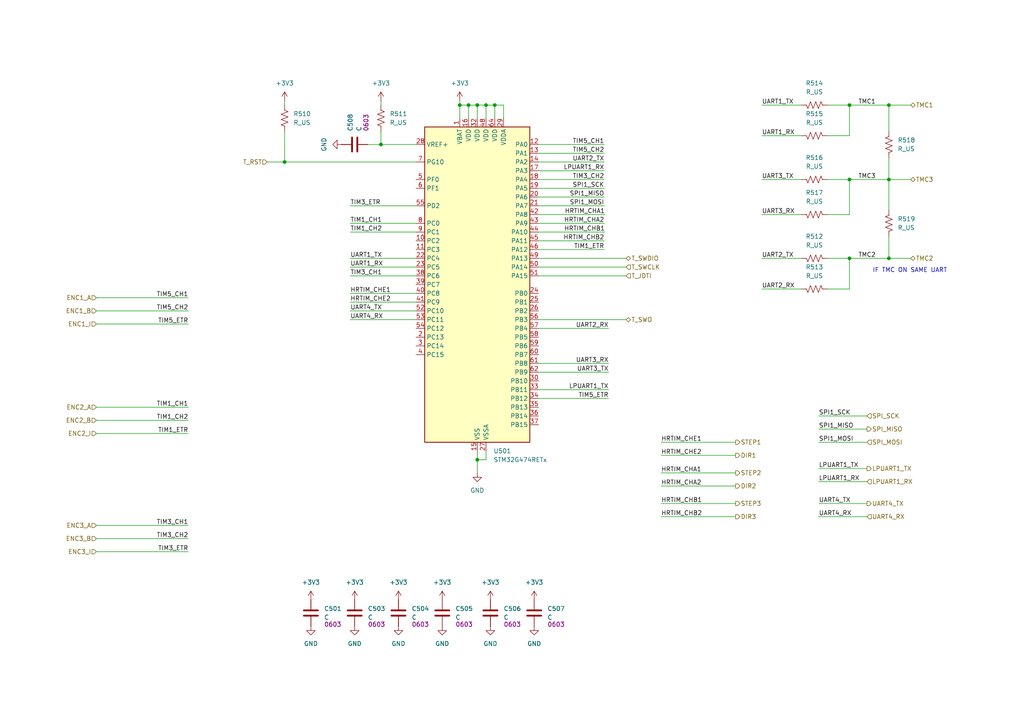
<source format=kicad_sch>
(kicad_sch (version 20250114) (generator "eeschema") (generator_version "9.0")
  (paper "A4")
  (lib_symbols
    (symbol "Device:C" (pin_numbers (hide yes)) (pin_names (offset 0.254))
      (property "Reference" "C" (at 0.635 2.54 0))
      (property "Value" "C" (at 0.635 -2.54 0))
      (symbol "C_0_1"
        (polyline (pts (xy -2.032 0.762) (xy 2.032 0.762)) (stroke (width 0.508)))
        (polyline (pts (xy -2.032 -0.762) (xy 2.032 -0.762)) (stroke (width 0.508)))
      )
      (symbol "C_1_1"
        (pin passive line (at 0 3.81 270) (length 2.794) (name "~") (number "1"))
        (pin passive line (at 0 -3.81 90) (length 2.794) (name "~") (number "2"))
      )
    )
    (symbol "Device:R_US" (pin_numbers (hide yes)) (pin_names (offset 0))
      (property "Reference" "R" (at 2.54 0 90))
      (property "Value" "R_US" (at -2.54 0 90))
      (symbol "R_US_0_1"
        (polyline (pts (xy 0 2.286) (xy 0 2.54)))
        (polyline (pts (xy 0 2.286) (xy 1.016 1.905) (xy 0 1.524) (xy -1.016 1.143) (xy 0 0.762)))
        (polyline (pts (xy 0 0.762) (xy 1.016 0.381) (xy 0 0) (xy -1.016 -0.381) (xy 0 -0.762)))
        (polyline (pts (xy 0 -0.762) (xy 1.016 -1.143) (xy 0 -1.524) (xy -1.016 -1.905) (xy 0 -2.286)))
        (polyline (pts (xy 0 -2.286) (xy 0 -2.54)))
      )
      (symbol "R_US_1_1"
        (pin passive line (at 0 3.81 270) (length 1.27) (name "~") (number "1"))
        (pin passive line (at 0 -3.81 90) (length 1.27) (name "~") (number "2"))
      )
    )
    (symbol "MCU_ST_STM32G4:STM32G474RETx"
      (property "Reference" "U" (at -15.24 46.99 0))
      (property "Value" "STM32G474RETx" (at 10.16 46.99 0))
      (symbol "STM32G474RETx_0_1"
        (rectangle (start -15.24 -45.72) (end 15.24 45.72) (stroke (width 0.254)) (fill (type background)))
      )
      (symbol "STM32G474RETx_1_1"
        (pin input line (at -17.78 40.64 0) (length 2.54) (name "VREF+") (number "28"))
        (pin bidirectional line (at -17.78 35.56 0) (length 2.54) (name "PG10") (number "7"))
        (pin bidirectional line (at -17.78 30.48 0) (length 2.54) (name "PF0") (number "5"))
        (pin bidirectional line (at -17.78 27.94 0) (length 2.54) (name "PF1") (number "6"))
        (pin bidirectional line (at -17.78 22.86 0) (length 2.54) (name "PD2") (number "55"))
        (pin bidirectional line (at -17.78 17.78 0) (length 2.54) (name "PC0") (number "8"))
        (pin bidirectional line (at -17.78 15.24 0) (length 2.54) (name "PC1") (number "9"))
        (pin bidirectional line (at -17.78 12.7 0) (length 2.54) (name "PC2") (number "10"))
        (pin bidirectional line (at -17.78 10.16 0) (length 2.54) (name "PC3") (number "11"))
        (pin bidirectional line (at -17.78 7.62 0) (length 2.54) (name "PC4") (number "22"))
        (pin bidirectional line (at -17.78 5.08 0) (length 2.54) (name "PC5") (number "23"))
        (pin bidirectional line (at -17.78 2.54 0) (length 2.54) (name "PC6") (number "38"))
        (pin bidirectional line (at -17.78 0 0) (length 2.54) (name "PC7") (number "39"))
        (pin bidirectional line (at -17.78 -2.54 0) (length 2.54) (name "PC8") (number "40"))
        (pin bidirectional line (at -17.78 -5.08 0) (length 2.54) (name "PC9") (number "41"))
        (pin bidirectional line (at -17.78 -7.62 0) (length 2.54) (name "PC10") (number "52"))
        (pin bidirectional line (at -17.78 -10.16 0) (length 2.54) (name "PC11") (number "53"))
        (pin bidirectional line (at -17.78 -12.7 0) (length 2.54) (name "PC12") (number "54"))
        (pin bidirectional line (at -17.78 -15.24 0) (length 2.54) (name "PC13") (number "2"))
        (pin bidirectional line (at -17.78 -17.78 0) (length 2.54) (name "PC14") (number "3"))
        (pin bidirectional line (at -17.78 -20.32 0) (length 2.54) (name "PC15") (number "4"))
        (pin power_in line (at -5.08 48.26 270) (length 2.54) (name "VBAT") (number "1"))
        (pin power_in line (at -2.54 48.26 270) (length 2.54) (name "VDD") (number "16"))
        (pin power_in line (at 0 48.26 270) (length 2.54) (name "VDD") (number "32"))
        (pin power_in line (at 0 -48.26 90) (length 2.54) (name "VSS") (number "15"))
        (pin passive line (at 0 -48.26 90) (length 2.54) (hide yes) (name "VSS") (number "31"))
        (pin passive line (at 0 -48.26 90) (length 2.54) (hide yes) (name "VSS") (number "47"))
        (pin passive line (at 0 -48.26 90) (length 2.54) (hide yes) (name "VSS") (number "63"))
        (pin power_in line (at 2.54 48.26 270) (length 2.54) (name "VDD") (number "48"))
        (pin power_in line (at 2.54 -48.26 90) (length 2.54) (name "VSSA") (number "27"))
        (pin power_in line (at 5.08 48.26 270) (length 2.54) (name "VDD") (number "64"))
        (pin power_in line (at 7.62 48.26 270) (length 2.54) (name "VDDA") (number "29"))
        (pin bidirectional line (at 17.78 40.64 180) (length 2.54) (name "PA0") (number "12"))
        (pin bidirectional line (at 17.78 38.1 180) (length 2.54) (name "PA1") (number "13"))
        (pin bidirectional line (at 17.78 35.56 180) (length 2.54) (name "PA2") (number "14"))
        (pin bidirectional line (at 17.78 33.02 180) (length 2.54) (name "PA3") (number "17"))
        (pin bidirectional line (at 17.78 30.48 180) (length 2.54) (name "PA4") (number "18"))
        (pin bidirectional line (at 17.78 27.94 180) (length 2.54) (name "PA5") (number "19"))
        (pin bidirectional line (at 17.78 25.4 180) (length 2.54) (name "PA6") (number "20"))
        (pin bidirectional line (at 17.78 22.86 180) (length 2.54) (name "PA7") (number "21"))
        (pin bidirectional line (at 17.78 20.32 180) (length 2.54) (name "PA8") (number "42"))
        (pin bidirectional line (at 17.78 17.78 180) (length 2.54) (name "PA9") (number "43"))
        (pin bidirectional line (at 17.78 15.24 180) (length 2.54) (name "PA10") (number "44"))
        (pin bidirectional line (at 17.78 12.7 180) (length 2.54) (name "PA11") (number "45"))
        (pin bidirectional line (at 17.78 10.16 180) (length 2.54) (name "PA12") (number "46"))
        (pin bidirectional line (at 17.78 7.62 180) (length 2.54) (name "PA13") (number "49"))
        (pin bidirectional line (at 17.78 5.08 180) (length 2.54) (name "PA14") (number "50"))
        (pin bidirectional line (at 17.78 2.54 180) (length 2.54) (name "PA15") (number "51"))
        (pin bidirectional line (at 17.78 -2.54 180) (length 2.54) (name "PB0") (number "24"))
        (pin bidirectional line (at 17.78 -5.08 180) (length 2.54) (name "PB1") (number "25"))
        (pin bidirectional line (at 17.78 -7.62 180) (length 2.54) (name "PB2") (number "26"))
        (pin bidirectional line (at 17.78 -10.16 180) (length 2.54) (name "PB3") (number "56"))
        (pin bidirectional line (at 17.78 -12.7 180) (length 2.54) (name "PB4") (number "57"))
        (pin bidirectional line (at 17.78 -15.24 180) (length 2.54) (name "PB5") (number "58"))
        (pin bidirectional line (at 17.78 -17.78 180) (length 2.54) (name "PB6") (number "59"))
        (pin bidirectional line (at 17.78 -20.32 180) (length 2.54) (name "PB7") (number "60"))
        (pin bidirectional line (at 17.78 -22.86 180) (length 2.54) (name "PB8") (number "61"))
        (pin bidirectional line (at 17.78 -25.4 180) (length 2.54) (name "PB9") (number "62"))
        (pin bidirectional line (at 17.78 -27.94 180) (length 2.54) (name "PB10") (number "30"))
        (pin bidirectional line (at 17.78 -30.48 180) (length 2.54) (name "PB11") (number "33"))
        (pin bidirectional line (at 17.78 -33.02 180) (length 2.54) (name "PB12") (number "34"))
        (pin bidirectional line (at 17.78 -35.56 180) (length 2.54) (name "PB13") (number "35"))
        (pin bidirectional line (at 17.78 -38.1 180) (length 2.54) (name "PB14") (number "36"))
        (pin bidirectional line (at 17.78 -40.64 180) (length 2.54) (name "PB15") (number "37"))
      )
    )
    (symbol "power:+3V3" (power) (pin_numbers (hide yes)) (pin_names (offset 0) (hide yes))
      (property "Value" "+3V3" (at 0 3.556 0))
      (symbol "+3V3_0_1"
        (polyline (pts (xy -0.762 1.27) (xy 0 2.54)))
        (polyline (pts (xy 0 2.54) (xy 0.762 1.27)))
        (polyline (pts (xy 0 0) (xy 0 2.54)))
      )
      (symbol "+3V3_1_1"
        (pin power_in line (at 0 0 90) (length 0) (name "~") (number "1"))
      )
    )
    (symbol "power:GND" (power) (pin_numbers (hide yes)) (pin_names (offset 0) (hide yes))
      (property "Value" "GND" (at 0 -3.81 0))
      (symbol "GND_0_1"
        (polyline (pts (xy 0 0) (xy 0 -1.27) (xy 1.27 -1.27) (xy 0 -2.54) (xy -1.27 -1.27) (xy 0 -1.27)))
      )
      (symbol "GND_1_1"
        (pin power_in line (at 0 0 270) (length 0) (name "~") (number "1"))
      )
    )
  )
  (text "IF TMC ON SAME UART\n" (at 263.906 78.486 0) (effects (font (size 1.27 1.27))))
  (junction (at 133.35 30.48))
  (junction (at 82.55 46.99))
  (junction (at 138.43 133.35))
  (junction (at 138.43 30.48))
  (junction (at 257.81 52.07))
  (junction (at 257.81 30.48))
  (junction (at 110.49 41.91))
  (junction (at 246.38 52.07))
  (junction (at 246.38 74.93))
  (junction (at 246.38 30.48))
  (junction (at 140.97 30.48))
  (junction (at 135.89 30.48))
  (junction (at 143.51 30.48))
  (junction (at 257.81 74.93))
  (wire (pts (xy 156.21 92.71) (xy 181.61 92.71)))
  (wire (pts (xy 156.21 62.23) (xy 175.4749 62.23)))
  (wire (pts (xy 156.21 46.99) (xy 175.26 46.99)))
  (wire (pts (xy 156.21 72.39) (xy 175.26 72.39)))
  (wire (pts (xy 110.49 29.21) (xy 110.49 30.48)))
  (wire (pts (xy 257.81 68.58) (xy 257.81 74.93)))
  (wire (pts (xy 101.6 64.77) (xy 120.65 64.77)))
  (wire (pts (xy 140.97 30.48) (xy 140.97 34.29)))
  (wire (pts (xy 156.21 52.07) (xy 175.26 52.07)))
  (wire (pts (xy 138.43 30.48) (xy 138.43 34.29)))
  (wire (pts (xy 257.81 30.48) (xy 264.16 30.48)))
  (wire (pts (xy 237.49 135.89) (xy 251.46 135.89)))
  (wire (pts (xy 101.6 67.31) (xy 120.65 67.31)))
  (wire (pts (xy 156.21 113.03) (xy 176.53 113.03)))
  (wire (pts (xy 237.49 120.65) (xy 251.46 120.65)))
  (wire (pts (xy 101.6 90.17) (xy 120.65 90.17)))
  (wire (pts (xy 220.98 39.37) (xy 232.41 39.37)))
  (wire (pts (xy 27.94 160.02) (xy 54.61 160.02)))
  (wire (pts (xy 246.38 30.48) (xy 257.81 30.48)))
  (wire (pts (xy 27.94 118.11) (xy 54.61 118.11)))
  (wire (pts (xy 191.77 146.05) (xy 213.36 146.05)))
  (wire (pts (xy 257.81 74.93) (xy 264.16 74.93)))
  (wire (pts (xy 101.6 92.71) (xy 120.65 92.71)))
  (wire (pts (xy 156.21 54.61) (xy 175.26 54.61)))
  (wire (pts (xy 27.94 152.4) (xy 54.61 152.4)))
  (wire (pts (xy 156.21 41.91) (xy 175.26 41.91)))
  (wire (pts (xy 133.35 30.48) (xy 133.35 34.29)))
  (wire (pts (xy 220.98 83.82) (xy 232.41 83.82)))
  (wire (pts (xy 220.98 52.07) (xy 232.41 52.07)))
  (wire (pts (xy 237.49 124.46) (xy 251.46 124.46)))
  (wire (pts (xy 110.49 41.91) (xy 110.49 38.1)))
  (wire (pts (xy 213.36 132.08) (xy 191.77 132.08)))
  (wire (pts (xy 240.03 83.82) (xy 246.38 83.82)))
  (wire (pts (xy 191.77 128.27) (xy 213.36 128.27)))
  (wire (pts (xy 27.94 90.17) (xy 54.61 90.17)))
  (wire (pts (xy 101.6 80.01) (xy 120.65 80.01)))
  (wire (pts (xy 246.38 62.23) (xy 246.38 52.07)))
  (wire (pts (xy 240.03 62.23) (xy 246.38 62.23)))
  (wire (pts (xy 82.55 46.99) (xy 120.65 46.99)))
  (wire (pts (xy 156.21 115.57) (xy 176.53 115.57)))
  (wire (pts (xy 240.03 74.93) (xy 246.38 74.93)))
  (wire (pts (xy 101.6 87.63) (xy 120.65 87.63)))
  (wire (pts (xy 240.03 52.07) (xy 246.38 52.07)))
  (wire (pts (xy 135.89 30.48) (xy 135.89 34.29)))
  (wire (pts (xy 101.6 85.09) (xy 120.65 85.09)))
  (wire (pts (xy 77.47 46.99) (xy 82.55 46.99)))
  (wire (pts (xy 156.21 69.85) (xy 175.26 69.85)))
  (wire (pts (xy 246.38 52.07) (xy 257.81 52.07)))
  (wire (pts (xy 257.81 52.07) (xy 257.81 60.96)))
  (wire (pts (xy 156.21 107.95) (xy 176.53 107.95)))
  (wire (pts (xy 257.81 30.48) (xy 257.81 38.1)))
  (wire (pts (xy 220.98 74.93) (xy 232.41 74.93)))
  (wire (pts (xy 156.21 64.77) (xy 175.26 64.77)))
  (wire (pts (xy 27.94 86.36) (xy 54.61 86.36)))
  (wire (pts (xy 257.81 52.07) (xy 264.16 52.07)))
  (wire (pts (xy 156.21 80.01) (xy 181.61 80.01)))
  (wire (pts (xy 251.46 149.86) (xy 237.49 149.86)))
  (wire (pts (xy 27.94 156.21) (xy 54.61 156.21)))
  (wire (pts (xy 101.6 59.69) (xy 120.65 59.69)))
  (wire (pts (xy 156.21 74.93) (xy 181.61 74.93)))
  (wire (pts (xy 251.46 139.7) (xy 237.49 139.7)))
  (wire (pts (xy 82.55 29.21) (xy 82.55 30.48)))
  (wire (pts (xy 240.03 30.48) (xy 246.38 30.48)))
  (wire (pts (xy 140.97 30.48) (xy 138.43 30.48)))
  (wire (pts (xy 156.21 59.69) (xy 175.26 59.69)))
  (wire (pts (xy 27.94 125.73) (xy 54.61 125.73)))
  (wire (pts (xy 143.51 30.48) (xy 140.97 30.48)))
  (wire (pts (xy 240.03 39.37) (xy 246.38 39.37)))
  (wire (pts (xy 27.94 121.92) (xy 54.61 121.92)))
  (wire (pts (xy 135.89 30.48) (xy 133.35 30.48)))
  (wire (pts (xy 156.21 105.41) (xy 176.53 105.41)))
  (wire (pts (xy 101.6 77.47) (xy 120.65 77.47)))
  (wire (pts (xy 156.21 44.45) (xy 175.26 44.45)))
  (wire (pts (xy 237.49 146.05) (xy 251.46 146.05)))
  (wire (pts (xy 191.77 137.16) (xy 213.36 137.16)))
  (wire (pts (xy 246.38 74.93) (xy 246.38 83.82)))
  (wire (pts (xy 138.43 30.48) (xy 135.89 30.48)))
  (wire (pts (xy 146.05 30.48) (xy 143.51 30.48)))
  (wire (pts (xy 82.55 38.1) (xy 82.55 46.99)))
  (wire (pts (xy 140.97 130.81) (xy 140.97 133.35)))
  (wire (pts (xy 140.97 133.35) (xy 138.43 133.35)))
  (wire (pts (xy 213.36 149.86) (xy 191.77 149.86)))
  (wire (pts (xy 146.05 34.29) (xy 146.05 30.48)))
  (wire (pts (xy 106.68 41.91) (xy 110.49 41.91)))
  (wire (pts (xy 213.36 140.97) (xy 191.77 140.97)))
  (wire (pts (xy 133.35 29.21) (xy 133.35 30.48)))
  (wire (pts (xy 156.21 67.31) (xy 175.4749 67.31)))
  (wire (pts (xy 220.98 62.23) (xy 232.41 62.23)))
  (wire (pts (xy 156.21 95.25) (xy 176.53 95.25)))
  (wire (pts (xy 138.43 130.81) (xy 138.43 133.35)))
  (wire (pts (xy 220.98 30.48) (xy 232.41 30.48)))
  (wire (pts (xy 101.6 74.93) (xy 120.65 74.93)))
  (wire (pts (xy 156.21 77.47) (xy 181.61 77.47)))
  (wire (pts (xy 143.51 30.48) (xy 143.51 34.29)))
  (wire (pts (xy 251.46 128.27) (xy 237.49 128.27)))
  (wire (pts (xy 156.21 49.53) (xy 175.26 49.53)))
  (wire (pts (xy 246.38 74.93) (xy 257.81 74.93)))
  (wire (pts (xy 156.21 57.15) (xy 175.26 57.15)))
  (wire (pts (xy 246.38 30.48) (xy 246.38 39.37)))
  (wire (pts (xy 110.49 41.91) (xy 120.65 41.91)))
  (wire (pts (xy 257.81 45.72) (xy 257.81 52.07)))
  (wire (pts (xy 138.43 133.35) (xy 138.43 137.16)))
  (wire (pts (xy 27.94 93.98) (xy 54.61 93.98)))
  (label "HRTIM_CHE1" (at 191.77 128.27 0))
  (label "TIM1_ETR" (at 175.26 72.39 180))
  (label "UART3_TX" (at 220.98 52.07 0))
  (label "LPUART1_RX" (at 175.26 49.53 180))
  (label "TIM1_ETR" (at 54.61 125.73 180))
  (label "TIM1_CH1" (at 101.6 64.77 0))
  (label "HRTIM_CHA1" (at 191.77 137.16 0))
  (label "HRTIM_CHA1" (at 175.4749 62.23 180))
  (label "UART4_TX" (at 237.49 146.05 0))
  (label "UART2_RX" (at 176.53 95.25 180))
  (label "TIM5_ETR" (at 176.53 115.57 180))
  (label "TIM5_CH2" (at 54.61 90.17 180))
  (label "TIM5_ETR" (at 54.61 93.98 180))
  (label "UART1_RX" (at 101.6 77.47 0))
  (label "UART2_RX" (at 220.98 83.82 0))
  (label "LPUART1_TX" (at 176.53 113.03 180))
  (label "LPUART1_TX" (at 237.49 135.89 0))
  (label "UART2_TX" (at 220.98 74.93 0))
  (label "UART4_RX" (at 101.6 92.71 0))
  (label "UART4_RX" (at 237.49 149.86 0))
  (label "TIM5_CH1" (at 54.61 86.36 180))
  (label "UART1_TX" (at 220.98 30.48 0))
  (label "LPUART1_RX" (at 237.49 139.7 0))
  (label "TIM3_CH2" (at 54.61 156.21 180))
  (label "UART1_RX" (at 220.98 39.37 0))
  (label "UART3_RX" (at 220.98 62.23 0))
  (label "TIM1_CH2" (at 101.6 67.31 0))
  (label "TMC3" (at 254 52.07 180))
  (label "UART3_RX" (at 176.53 105.41 180))
  (label "HRTIM_CHB2" (at 175.26 69.85 180))
  (label "TIM5_CH1" (at 175.26 41.91 180))
  (label "HRTIM_CHE1" (at 101.6 85.09 0))
  (label "TMC2" (at 248.92 74.93 0))
  (label "HRTIM_CHE2" (at 191.77 132.08 0))
  (label "TIM3_CH1" (at 101.6 80.01 0))
  (label "TIM1_CH2" (at 54.61 121.92 180))
  (label "SPI1_SCK" (at 237.49 120.65 0))
  (label "UART1_TX" (at 101.6 74.93 0))
  (label "HRTIM_CHA2" (at 175.26 64.77 180))
  (label "SPI1_MISO" (at 237.49 124.46 0))
  (label "TIM1_CH1" (at 54.61 118.11 180))
  (label "SPI1_SCK" (at 175.26 54.61 180))
  (label "TIM5_CH2" (at 175.26 44.45 180))
  (label "HRTIM_CHA2" (at 191.77 140.97 0))
  (label "UART3_TX" (at 176.53 107.95 180))
  (label "TIM3_CH1" (at 54.61 152.4 180))
  (label "SPI1_MOSI" (at 237.49 128.27 0))
  (label "HRTIM_CHB1" (at 191.77 146.05 0))
  (label "UART2_TX" (at 175.26 46.99 180))
  (label "TMC1" (at 248.92 30.48 0))
  (label "SPI1_MISO" (at 175.26 57.15 180))
  (label "TIM3_ETR" (at 101.6 59.69 0))
  (label "HRTIM_CHB1" (at 175.4749 67.31 180))
  (label "HRTIM_CHE2" (at 101.6 87.63 0))
  (label "TIM3_ETR" (at 54.61 160.02 180))
  (label "HRTIM_CHB2" (at 191.77 149.86 0))
  (label "UART4_TX" (at 101.6 90.17 0))
  (label "SPI1_MOSI" (at 175.26 59.69 180))
  (label "TIM3_CH2" (at 175.26 52.07 180))
  (hierarchical_label "T_SWO" (shape bidirectional) (at 181.61 92.71 0))
  (hierarchical_label "SPI_SCK" (shape input) (at 251.46 120.65 0))
  (hierarchical_label "DIR1" (shape output) (at 213.36 132.08 0))
  (hierarchical_label "STEP1" (shape output) (at 213.36 128.27 0))
  (hierarchical_label "STEP2" (shape output) (at 213.36 137.16 0))
  (hierarchical_label "ENC2_A" (shape input) (at 27.94 118.11 180))
  (hierarchical_label "TMC3" (shape bidirectional) (at 264.16 52.07 0))
  (hierarchical_label "SPI_MOSI" (shape input) (at 251.46 128.27 0))
  (hierarchical_label "TMC2" (shape bidirectional) (at 264.16 74.93 0))
  (hierarchical_label "T_RST" (shape input) (at 77.47 46.99 180))
  (hierarchical_label "ENC1_I" (shape input) (at 27.94 93.98 180))
  (hierarchical_label "T_SWDIO" (shape bidirectional) (at 181.61 74.93 0))
  (hierarchical_label "UART4_RX" (shape input) (at 251.46 149.86 0))
  (hierarchical_label "LPUART1_RX" (shape input) (at 251.46 139.7 0))
  (hierarchical_label "T_JDTI" (shape input) (at 181.61 80.01 0))
  (hierarchical_label "DIR3" (shape output) (at 213.36 149.86 0))
  (hierarchical_label "ENC1_B" (shape input) (at 27.94 90.17 180))
  (hierarchical_label "ENC2_I" (shape input) (at 27.94 125.73 180))
  (hierarchical_label "DIR2" (shape output) (at 213.36 140.97 0))
  (hierarchical_label "ENC3_I" (shape input) (at 27.94 160.02 180))
  (hierarchical_label "SPI_MISO" (shape output) (at 251.46 124.46 0))
  (hierarchical_label "ENC2_B" (shape input) (at 27.94 121.92 180))
  (hierarchical_label "T_SWCLK" (shape input) (at 181.61 77.47 0))
  (hierarchical_label "ENC3_B" (shape input) (at 27.94 156.21 180))
  (hierarchical_label "ENC3_A" (shape input) (at 27.94 152.4 180))
  (hierarchical_label "STEP3" (shape output) (at 213.36 146.05 0))
  (hierarchical_label "ENC1_A" (shape input) (at 27.94 86.36 180))
  (hierarchical_label "UART4_TX" (shape output) (at 251.46 146.05 0))
  (hierarchical_label "TMC1" (shape bidirectional) (at 264.16 30.48 0))
  (hierarchical_label "LPUART1_TX" (shape output) (at 251.46 135.89 0))
  (symbol (lib_id "Device:C") (at 90.17 177.8 0) (unit 1)
    (property "Reference" "C501" (at 93.98 176.5299 0) (effects (justify left)))
    (property "Value" "C" (at 93.98 179.0699 0) (effects (justify left)))
    (property "Footprint" "Capacitor_SMD:C_0603_1608Metric_Pad1.08x0.95mm_HandSolder" (effects (hide yes)))
    (property "Description" "Unpolarized capacitor" (effects (hide yes)))
    (property "Size" "0603" (at 96.52 181.102 0))
  )
  (symbol (lib_id "Device:C") (at 128.27 177.8 0) (unit 1)
    (property "Reference" "C505" (at 132.08 176.5299 0) (effects (justify left)))
    (property "Value" "C" (at 132.08 179.0699 0) (effects (justify left)))
    (property "Footprint" "Capacitor_SMD:C_0603_1608Metric_Pad1.08x0.95mm_HandSolder" (effects (hide yes)))
    (property "Description" "Unpolarized capacitor" (effects (hide yes)))
    (property "Size" "0603" (at 134.62 181.102 0))
  )
  (symbol (lib_id "Device:C") (at 142.24 177.8 0) (unit 1)
    (property "Reference" "C506" (at 146.05 176.5299 0) (effects (justify left)))
    (property "Value" "C" (at 146.05 179.0699 0) (effects (justify left)))
    (property "Footprint" "Capacitor_SMD:C_0603_1608Metric_Pad1.08x0.95mm_HandSolder" (effects (hide yes)))
    (property "Description" "Unpolarized capacitor" (effects (hide yes)))
    (property "Size" "0603" (at 148.59 181.102 0))
  )
  (symbol (lib_id "Device:R_US") (at 236.22 62.23 270) (mirror x) (unit 1)
    (property "Reference" "R517" (at 236.22 55.88 90))
    (property "Value" "R_US" (at 236.22 58.42 90))
    (property "Footprint" "Resistor_SMD:R_0603_1608Metric_Pad0.98x0.95mm_HandSolder" (effects (hide yes)))
    (property "Description" "Resistor, US symbol" (effects (hide yes)))
  )
  (symbol (lib_id "power:+3V3") (at 90.17 173.99 0) (unit 1)
    (property "Reference" "#PWR0511" (effects (hide yes)))
    (property "Value" "+3V3" (at 90.17 168.91 0))
    (property "Description" "Power symbol creates a global label with name \"+3V3\"" (effects (hide yes)))
  )
  (symbol (lib_id "Device:R_US") (at 82.55 34.29 180) (unit 1)
    (property "Reference" "R510" (at 85.09 33.0199 0) (effects (justify right)))
    (property "Value" "R_US" (at 85.09 35.5599 0) (effects (justify right)))
    (property "Footprint" "Resistor_SMD:R_0603_1608Metric_Pad0.98x0.95mm_HandSolder" (effects (hide yes)))
    (property "Description" "Resistor, US symbol" (effects (hide yes)))
  )
  (symbol (lib_id "Device:C") (at 102.87 41.91 90) (unit 1)
    (property "Reference" "C508" (at 101.5999 38.1 0) (effects (justify left)))
    (property "Value" "C" (at 104.1399 38.1 0) (effects (justify left)))
    (property "Footprint" "Capacitor_SMD:C_0603_1608Metric_Pad1.08x0.95mm_HandSolder" (effects (hide yes)))
    (property "Description" "Unpolarized capacitor" (effects (hide yes)))
    (property "Size" "0603" (at 106.172 35.56 0))
  )
  (symbol (lib_id "Device:C") (at 102.87 177.8 0) (unit 1)
    (property "Reference" "C503" (at 106.68 176.5299 0) (effects (justify left)))
    (property "Value" "C" (at 106.68 179.0699 0) (effects (justify left)))
    (property "Footprint" "Capacitor_SMD:C_0603_1608Metric_Pad1.08x0.95mm_HandSolder" (effects (hide yes)))
    (property "Description" "Unpolarized capacitor" (effects (hide yes)))
    (property "Size" "0603" (at 109.22 181.102 0))
  )
  (symbol (lib_id "Device:C") (at 154.94 177.8 0) (unit 1)
    (property "Reference" "C507" (at 158.75 176.5299 0) (effects (justify left)))
    (property "Value" "C" (at 158.75 179.0699 0) (effects (justify left)))
    (property "Footprint" "Capacitor_SMD:C_0603_1608Metric_Pad1.08x0.95mm_HandSolder" (effects (hide yes)))
    (property "Description" "Unpolarized capacitor" (effects (hide yes)))
    (property "Size" "0603" (at 161.29 181.102 0))
  )
  (symbol (lib_id "power:GND") (at 102.87 181.61 0) (unit 1)
    (property "Reference" "#PWR0515" (effects (hide yes)))
    (property "Value" "GND" (at 102.87 186.69 0))
    (property "Description" "Power symbol creates a global label with name \"GND\" , ground" (effects (hide yes)))
  )
  (symbol (lib_id "power:GND") (at 99.06 41.91 270) (unit 1)
    (property "Reference" "#PWR0513" (effects (hide yes)))
    (property "Value" "GND" (at 93.98 41.91 0))
    (property "Description" "Power symbol creates a global label with name \"GND\" , ground" (effects (hide yes)))
  )
  (symbol (lib_id "power:+3V3") (at 110.49 29.21 0) (unit 1)
    (property "Reference" "#PWR0516" (effects (hide yes)))
    (property "Value" "+3V3" (at 110.49 24.13 0))
    (property "Description" "Power symbol creates a global label with name \"+3V3\"" (effects (hide yes)))
  )
  (symbol (lib_id "power:GND") (at 142.24 181.61 0) (unit 1)
    (property "Reference" "#PWR0524" (effects (hide yes)))
    (property "Value" "GND" (at 142.24 186.69 0))
    (property "Description" "Power symbol creates a global label with name \"GND\" , ground" (effects (hide yes)))
  )
  (symbol (lib_id "power:GND") (at 154.94 181.61 0) (unit 1)
    (property "Reference" "#PWR0526" (effects (hide yes)))
    (property "Value" "GND" (at 154.94 186.69 0))
    (property "Description" "Power symbol creates a global label with name \"GND\" , ground" (effects (hide yes)))
  )
  (symbol (lib_id "power:+3V3") (at 128.27 173.99 0) (unit 1)
    (property "Reference" "#PWR0519" (effects (hide yes)))
    (property "Value" "+3V3" (at 128.27 168.91 0))
    (property "Description" "Power symbol creates a global label with name \"+3V3\"" (effects (hide yes)))
  )
  (symbol (lib_id "Device:R_US") (at 236.22 39.37 270) (mirror x) (unit 1)
    (property "Reference" "R515" (at 236.22 33.02 90))
    (property "Value" "R_US" (at 236.22 35.56 90))
    (property "Footprint" "Resistor_SMD:R_0603_1608Metric_Pad0.98x0.95mm_HandSolder" (effects (hide yes)))
    (property "Description" "Resistor, US symbol" (effects (hide yes)))
  )
  (symbol (lib_id "power:GND") (at 90.17 181.61 0) (unit 1)
    (property "Reference" "#PWR0512" (effects (hide yes)))
    (property "Value" "GND" (at 90.17 186.69 0))
    (property "Description" "Power symbol creates a global label with name \"GND\" , ground" (effects (hide yes)))
  )
  (symbol (lib_id "power:GND") (at 115.57 181.61 0) (unit 1)
    (property "Reference" "#PWR0518" (effects (hide yes)))
    (property "Value" "GND" (at 115.57 186.69 0))
    (property "Description" "Power symbol creates a global label with name \"GND\" , ground" (effects (hide yes)))
  )
  (symbol (lib_id "power:+3V3") (at 102.87 173.99 0) (unit 1)
    (property "Reference" "#PWR0514" (effects (hide yes)))
    (property "Value" "+3V3" (at 102.87 168.91 0))
    (property "Description" "Power symbol creates a global label with name \"+3V3\"" (effects (hide yes)))
  )
  (symbol (lib_id "Device:R_US") (at 236.22 83.82 270) (mirror x) (unit 1)
    (property "Reference" "R513" (at 236.22 77.47 90))
    (property "Value" "R_US" (at 236.22 80.01 90))
    (property "Footprint" "Resistor_SMD:R_0603_1608Metric_Pad0.98x0.95mm_HandSolder" (effects (hide yes)))
    (property "Description" "Resistor, US symbol" (effects (hide yes)))
  )
  (symbol (lib_id "power:+3V3") (at 142.24 173.99 0) (unit 1)
    (property "Reference" "#PWR0523" (effects (hide yes)))
    (property "Value" "+3V3" (at 142.24 168.91 0))
    (property "Description" "Power symbol creates a global label with name \"+3V3\"" (effects (hide yes)))
  )
  (symbol (lib_id "Device:R_US") (at 257.81 41.91 0) (mirror y) (unit 1)
    (property "Reference" "R518" (at 260.35 40.6399 0) (effects (justify right)))
    (property "Value" "R_US" (at 260.35 43.1799 0) (effects (justify right)))
    (property "Footprint" "Resistor_SMD:R_0805_2012Metric_Pad1.20x1.40mm_HandSolder" (effects (hide yes)))
    (property "Description" "Resistor, US symbol" (effects (hide yes)))
  )
  (symbol (lib_id "MCU_ST_STM32G4:STM32G474RETx") (at 138.43 82.55 0) (unit 1)
    (property "Reference" "U501" (at 143.1133 130.81 0) (effects (justify left)))
    (property "Value" "STM32G474RETx" (at 143.1133 133.35 0) (effects (justify left)))
    (property "Footprint" "Package_QFP:LQFP-64_10x10mm_P0.5mm" (effects (hide yes)))
    (property "Datasheet" "https://www.st.com/resource/en/datasheet/stm32g474re.pdf" (effects (hide yes)))
    (property "Description" "STMicroelectronics Arm Cortex-M4 MCU, 512KB flash, 128KB RAM, 170 MHz, 1.71-3.6V, 52 GPIO, LQFP64" (effects (hide yes)))
  )
  (symbol (lib_id "Device:R_US") (at 257.81 64.77 0) (mirror y) (unit 1)
    (property "Reference" "R519" (at 260.35 63.4999 0) (effects (justify right)))
    (property "Value" "R_US" (at 260.35 66.0399 0) (effects (justify right)))
    (property "Footprint" "Resistor_SMD:R_0805_2012Metric_Pad1.20x1.40mm_HandSolder" (effects (hide yes)))
    (property "Description" "Resistor, US symbol" (effects (hide yes)))
  )
  (symbol (lib_id "Device:C") (at 115.57 177.8 0) (unit 1)
    (property "Reference" "C504" (at 119.38 176.5299 0) (effects (justify left)))
    (property "Value" "C" (at 119.38 179.0699 0) (effects (justify left)))
    (property "Footprint" "Capacitor_SMD:C_0603_1608Metric_Pad1.08x0.95mm_HandSolder" (effects (hide yes)))
    (property "Description" "Unpolarized capacitor" (effects (hide yes)))
    (property "Size" "0603" (at 121.92 181.102 0))
  )
  (symbol (lib_id "Device:R_US") (at 110.49 34.29 180) (unit 1)
    (property "Reference" "R511" (at 113.03 33.0199 0) (effects (justify right)))
    (property "Value" "R_US" (at 113.03 35.5599 0) (effects (justify right)))
    (property "Footprint" "Resistor_SMD:R_0603_1608Metric_Pad0.98x0.95mm_HandSolder" (effects (hide yes)))
    (property "Description" "Resistor, US symbol" (effects (hide yes)))
  )
  (symbol (lib_id "power:GND") (at 138.43 137.16 0) (unit 1)
    (property "Reference" "#PWR0522" (effects (hide yes)))
    (property "Value" "GND" (at 138.43 142.24 0))
    (property "Description" "Power symbol creates a global label with name \"GND\" , ground" (effects (hide yes)))
  )
  (symbol (lib_id "power:+3V3") (at 133.35 29.21 0) (unit 1)
    (property "Reference" "#PWR0521" (effects (hide yes)))
    (property "Value" "+3V3" (at 133.35 24.13 0))
    (property "Description" "Power symbol creates a global label with name \"+3V3\"" (effects (hide yes)))
  )
  (symbol (lib_id "power:+3V3") (at 115.57 173.99 0) (unit 1)
    (property "Reference" "#PWR0517" (effects (hide yes)))
    (property "Value" "+3V3" (at 115.57 168.91 0))
    (property "Description" "Power symbol creates a global label with name \"+3V3\"" (effects (hide yes)))
  )
  (symbol (lib_id "Device:R_US") (at 236.22 74.93 270) (mirror x) (unit 1)
    (property "Reference" "R512" (at 236.22 68.58 90))
    (property "Value" "R_US" (at 236.22 71.12 90))
    (property "Footprint" "Resistor_SMD:R_0603_1608Metric_Pad0.98x0.95mm_HandSolder" (effects (hide yes)))
    (property "Description" "Resistor, US symbol" (effects (hide yes)))
  )
  (symbol (lib_id "power:+3V3") (at 154.94 173.99 0) (unit 1)
    (property "Reference" "#PWR0525" (effects (hide yes)))
    (property "Value" "+3V3" (at 154.94 168.91 0))
    (property "Description" "Power symbol creates a global label with name \"+3V3\"" (effects (hide yes)))
  )
  (symbol (lib_id "Device:R_US") (at 236.22 30.48 270) (mirror x) (unit 1)
    (property "Reference" "R514" (at 236.22 24.13 90))
    (property "Value" "R_US" (at 236.22 26.67 90))
    (property "Footprint" "Resistor_SMD:R_0603_1608Metric_Pad0.98x0.95mm_HandSolder" (effects (hide yes)))
    (property "Description" "Resistor, US symbol" (effects (hide yes)))
  )
  (symbol (lib_id "power:+3V3") (at 82.55 29.21 0) (unit 1)
    (property "Reference" "#PWR0510" (effects (hide yes)))
    (property "Value" "+3V3" (at 82.55 24.13 0))
    (property "Description" "Power symbol creates a global label with name \"+3V3\"" (effects (hide yes)))
  )
  (symbol (lib_id "power:GND") (at 128.27 181.61 0) (unit 1)
    (property "Reference" "#PWR0520" (effects (hide yes)))
    (property "Value" "GND" (at 128.27 186.69 0))
    (property "Description" "Power symbol creates a global label with name \"GND\" , ground" (effects (hide yes)))
  )
  (symbol (lib_id "Device:R_US") (at 236.22 52.07 270) (mirror x) (unit 1)
    (property "Reference" "R516" (at 236.22 45.72 90))
    (property "Value" "R_US" (at 236.22 48.26 90))
    (property "Footprint" "Resistor_SMD:R_0603_1608Metric_Pad0.98x0.95mm_HandSolder" (effects (hide yes)))
    (property "Description" "Resistor, US symbol" (effects (hide yes)))
  )
)
</source>
